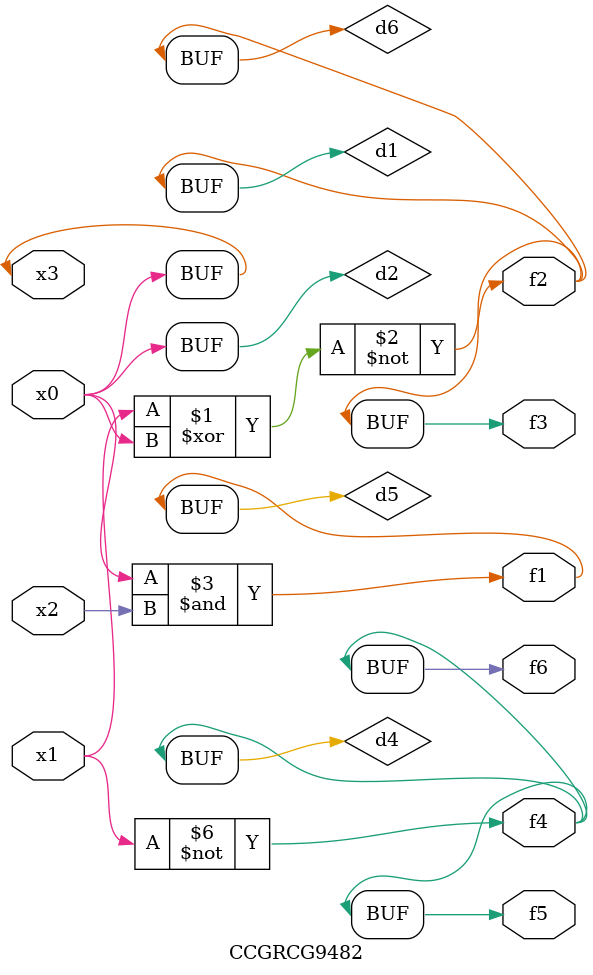
<source format=v>
module CCGRCG9482(
	input x0, x1, x2, x3,
	output f1, f2, f3, f4, f5, f6
);

	wire d1, d2, d3, d4, d5, d6;

	xnor (d1, x1, x3);
	buf (d2, x0, x3);
	nand (d3, x0, x2);
	not (d4, x1);
	nand (d5, d3);
	or (d6, d1);
	assign f1 = d5;
	assign f2 = d6;
	assign f3 = d6;
	assign f4 = d4;
	assign f5 = d4;
	assign f6 = d4;
endmodule

</source>
